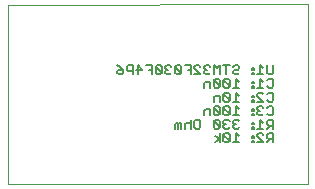
<source format=gbo>
G75*
%MOIN*%
%OFA0B0*%
%FSLAX25Y25*%
%IPPOS*%
%LPD*%
%AMOC8*
5,1,8,0,0,1.08239X$1,22.5*
%
%ADD10C,0.00000*%
%ADD11C,0.00500*%
D10*
X0040000Y0001600D02*
X0040000Y0061561D01*
X0140000Y0061600D01*
X0140000Y0001600D01*
X0040000Y0001600D01*
D11*
X0095882Y0020150D02*
X0095882Y0021651D01*
X0096383Y0022152D01*
X0096883Y0021651D01*
X0096883Y0020150D01*
X0097884Y0020150D02*
X0097884Y0022152D01*
X0097383Y0022152D01*
X0096883Y0021651D01*
X0099105Y0021651D02*
X0099105Y0020150D01*
X0101107Y0020150D02*
X0101107Y0023153D01*
X0100606Y0022152D02*
X0099605Y0022152D01*
X0099105Y0021651D01*
X0100606Y0022152D02*
X0101107Y0021651D01*
X0102328Y0020650D02*
X0102328Y0022652D01*
X0102828Y0023153D01*
X0103829Y0023153D01*
X0104329Y0022652D01*
X0104329Y0020650D01*
X0103829Y0020150D01*
X0102828Y0020150D01*
X0102328Y0020650D01*
X0108773Y0020650D02*
X0109274Y0020150D01*
X0110274Y0020150D01*
X0110775Y0020650D01*
X0108773Y0022652D01*
X0108773Y0020650D01*
X0110775Y0020650D02*
X0110775Y0022652D01*
X0110274Y0023153D01*
X0109274Y0023153D01*
X0108773Y0022652D01*
X0111996Y0022652D02*
X0111996Y0022152D01*
X0112496Y0021651D01*
X0111996Y0021151D01*
X0111996Y0020650D01*
X0112496Y0020150D01*
X0113497Y0020150D01*
X0113998Y0020650D01*
X0115219Y0020650D02*
X0115719Y0020150D01*
X0116720Y0020150D01*
X0117220Y0020650D01*
X0115719Y0021651D02*
X0115219Y0021151D01*
X0115219Y0020650D01*
X0115719Y0021651D02*
X0116220Y0021651D01*
X0115719Y0021651D02*
X0115219Y0022152D01*
X0115219Y0022652D01*
X0115719Y0023153D01*
X0116720Y0023153D01*
X0117220Y0022652D01*
X0113998Y0022652D02*
X0113497Y0023153D01*
X0112496Y0023153D01*
X0111996Y0022652D01*
X0112496Y0021651D02*
X0112997Y0021651D01*
X0113497Y0018603D02*
X0112496Y0018603D01*
X0111996Y0018102D01*
X0113998Y0016100D01*
X0113497Y0015600D01*
X0112496Y0015600D01*
X0111996Y0016100D01*
X0111996Y0018102D01*
X0110775Y0018603D02*
X0110775Y0015600D01*
X0110775Y0016601D02*
X0109274Y0015600D01*
X0110775Y0016601D02*
X0109274Y0017602D01*
X0113497Y0018603D02*
X0113998Y0018102D01*
X0113998Y0016100D01*
X0115219Y0015600D02*
X0117220Y0015600D01*
X0116220Y0015600D02*
X0116220Y0018603D01*
X0117220Y0017602D01*
X0121554Y0017602D02*
X0121554Y0017101D01*
X0122055Y0017101D01*
X0122055Y0017602D01*
X0121554Y0017602D01*
X0121554Y0016100D02*
X0121554Y0015600D01*
X0122055Y0015600D01*
X0122055Y0016100D01*
X0121554Y0016100D01*
X0123276Y0015600D02*
X0125277Y0015600D01*
X0123276Y0017602D01*
X0123276Y0018102D01*
X0123776Y0018603D01*
X0124777Y0018603D01*
X0125277Y0018102D01*
X0126498Y0018102D02*
X0126498Y0017101D01*
X0126999Y0016601D01*
X0128500Y0016601D01*
X0127499Y0016601D02*
X0126498Y0015600D01*
X0128500Y0015600D02*
X0128500Y0018603D01*
X0126999Y0018603D01*
X0126498Y0018102D01*
X0126498Y0020150D02*
X0127499Y0021151D01*
X0126999Y0021151D02*
X0128500Y0021151D01*
X0126999Y0021151D02*
X0126498Y0021651D01*
X0126498Y0022652D01*
X0126999Y0023153D01*
X0128500Y0023153D01*
X0128500Y0020150D01*
X0125277Y0020150D02*
X0123276Y0020150D01*
X0124276Y0020150D02*
X0124276Y0023153D01*
X0125277Y0022152D01*
X0122055Y0022152D02*
X0122055Y0021651D01*
X0121554Y0021651D01*
X0121554Y0022152D01*
X0122055Y0022152D01*
X0122055Y0020650D02*
X0121554Y0020650D01*
X0121554Y0020150D01*
X0122055Y0020150D01*
X0122055Y0020650D01*
X0122055Y0024700D02*
X0121554Y0024700D01*
X0121554Y0025200D01*
X0122055Y0025200D01*
X0122055Y0024700D01*
X0123276Y0025200D02*
X0123276Y0025701D01*
X0123776Y0026201D01*
X0124276Y0026201D01*
X0123776Y0026201D02*
X0123276Y0026702D01*
X0123276Y0027202D01*
X0123776Y0027703D01*
X0124777Y0027703D01*
X0125277Y0027202D01*
X0126498Y0027202D02*
X0126999Y0027703D01*
X0128000Y0027703D01*
X0128500Y0027202D01*
X0128500Y0025200D01*
X0128000Y0024700D01*
X0126999Y0024700D01*
X0126498Y0025200D01*
X0125277Y0025200D02*
X0124777Y0024700D01*
X0123776Y0024700D01*
X0123276Y0025200D01*
X0122055Y0026201D02*
X0121554Y0026201D01*
X0121554Y0026702D01*
X0122055Y0026702D01*
X0122055Y0026201D01*
X0117220Y0026702D02*
X0116220Y0027703D01*
X0116220Y0024700D01*
X0117220Y0024700D02*
X0115219Y0024700D01*
X0113998Y0025200D02*
X0111996Y0027202D01*
X0111996Y0025200D01*
X0112496Y0024700D01*
X0113497Y0024700D01*
X0113998Y0025200D01*
X0113998Y0027202D01*
X0113497Y0027703D01*
X0112496Y0027703D01*
X0111996Y0027202D01*
X0110775Y0027202D02*
X0110274Y0027703D01*
X0109274Y0027703D01*
X0108773Y0027202D01*
X0110775Y0025200D01*
X0110274Y0024700D01*
X0109274Y0024700D01*
X0108773Y0025200D01*
X0108773Y0027202D01*
X0107552Y0026702D02*
X0106051Y0026702D01*
X0105550Y0026201D01*
X0105550Y0024700D01*
X0107552Y0024700D02*
X0107552Y0026702D01*
X0110775Y0027202D02*
X0110775Y0025200D01*
X0110775Y0029250D02*
X0110775Y0031252D01*
X0109274Y0031252D01*
X0108773Y0030751D01*
X0108773Y0029250D01*
X0111996Y0029750D02*
X0112496Y0029250D01*
X0113497Y0029250D01*
X0113998Y0029750D01*
X0111996Y0031752D01*
X0111996Y0029750D01*
X0113998Y0029750D02*
X0113998Y0031752D01*
X0113497Y0032253D01*
X0112496Y0032253D01*
X0111996Y0031752D01*
X0112496Y0033800D02*
X0113497Y0033800D01*
X0113998Y0034300D01*
X0111996Y0036302D01*
X0111996Y0034300D01*
X0112496Y0033800D01*
X0113998Y0034300D02*
X0113998Y0036302D01*
X0113497Y0036803D01*
X0112496Y0036803D01*
X0111996Y0036302D01*
X0110775Y0036302D02*
X0110274Y0036803D01*
X0109274Y0036803D01*
X0108773Y0036302D01*
X0110775Y0034300D01*
X0110274Y0033800D01*
X0109274Y0033800D01*
X0108773Y0034300D01*
X0108773Y0036302D01*
X0107552Y0035802D02*
X0106051Y0035802D01*
X0105550Y0035301D01*
X0105550Y0033800D01*
X0107552Y0033800D02*
X0107552Y0035802D01*
X0110775Y0036302D02*
X0110775Y0034300D01*
X0115219Y0033800D02*
X0117220Y0033800D01*
X0116220Y0033800D02*
X0116220Y0036803D01*
X0117220Y0035802D01*
X0121554Y0035802D02*
X0121554Y0035301D01*
X0122055Y0035301D01*
X0122055Y0035802D01*
X0121554Y0035802D01*
X0121554Y0034300D02*
X0121554Y0033800D01*
X0122055Y0033800D01*
X0122055Y0034300D01*
X0121554Y0034300D01*
X0123276Y0033800D02*
X0125277Y0033800D01*
X0124276Y0033800D02*
X0124276Y0036803D01*
X0125277Y0035802D01*
X0126498Y0036302D02*
X0126999Y0036803D01*
X0128000Y0036803D01*
X0128500Y0036302D01*
X0128500Y0034300D01*
X0128000Y0033800D01*
X0126999Y0033800D01*
X0126498Y0034300D01*
X0126999Y0032253D02*
X0128000Y0032253D01*
X0128500Y0031752D01*
X0128500Y0029750D01*
X0128000Y0029250D01*
X0126999Y0029250D01*
X0126498Y0029750D01*
X0125277Y0029250D02*
X0123276Y0031252D01*
X0123276Y0031752D01*
X0123776Y0032253D01*
X0124777Y0032253D01*
X0125277Y0031752D01*
X0126498Y0031752D02*
X0126999Y0032253D01*
X0122055Y0031252D02*
X0122055Y0030751D01*
X0121554Y0030751D01*
X0121554Y0031252D01*
X0122055Y0031252D01*
X0122055Y0029750D02*
X0121554Y0029750D01*
X0121554Y0029250D01*
X0122055Y0029250D01*
X0122055Y0029750D01*
X0123276Y0029250D02*
X0125277Y0029250D01*
X0117220Y0029250D02*
X0115219Y0029250D01*
X0116220Y0029250D02*
X0116220Y0032253D01*
X0117220Y0031252D01*
X0116720Y0038350D02*
X0115719Y0038350D01*
X0115219Y0038850D01*
X0115219Y0039351D01*
X0115719Y0039851D01*
X0116720Y0039851D01*
X0117220Y0040352D01*
X0117220Y0040852D01*
X0116720Y0041353D01*
X0115719Y0041353D01*
X0115219Y0040852D01*
X0113998Y0041353D02*
X0111996Y0041353D01*
X0112997Y0041353D02*
X0112997Y0038350D01*
X0110775Y0038350D02*
X0110775Y0041353D01*
X0109774Y0040352D01*
X0108773Y0041353D01*
X0108773Y0038350D01*
X0107552Y0038850D02*
X0107052Y0038350D01*
X0106051Y0038350D01*
X0105550Y0038850D01*
X0105550Y0039351D01*
X0106051Y0039851D01*
X0106551Y0039851D01*
X0106051Y0039851D02*
X0105550Y0040352D01*
X0105550Y0040852D01*
X0106051Y0041353D01*
X0107052Y0041353D01*
X0107552Y0040852D01*
X0104329Y0040852D02*
X0103829Y0041353D01*
X0102828Y0041353D01*
X0102328Y0040852D01*
X0102328Y0040352D01*
X0104329Y0038350D01*
X0102328Y0038350D01*
X0101107Y0038350D02*
X0101107Y0041353D01*
X0099105Y0041353D01*
X0097884Y0040852D02*
X0097383Y0041353D01*
X0096383Y0041353D01*
X0095882Y0040852D01*
X0097884Y0038850D01*
X0097383Y0038350D01*
X0096383Y0038350D01*
X0095882Y0038850D01*
X0095882Y0040852D01*
X0094661Y0040852D02*
X0094161Y0041353D01*
X0093160Y0041353D01*
X0092659Y0040852D01*
X0092659Y0040352D01*
X0093160Y0039851D01*
X0092659Y0039351D01*
X0092659Y0038850D01*
X0093160Y0038350D01*
X0094161Y0038350D01*
X0094661Y0038850D01*
X0093660Y0039851D02*
X0093160Y0039851D01*
X0091438Y0038850D02*
X0091438Y0040852D01*
X0090938Y0041353D01*
X0089937Y0041353D01*
X0089437Y0040852D01*
X0091438Y0038850D01*
X0090938Y0038350D01*
X0089937Y0038350D01*
X0089437Y0038850D01*
X0089437Y0040852D01*
X0088216Y0041353D02*
X0086214Y0041353D01*
X0087215Y0039851D02*
X0088216Y0039851D01*
X0088216Y0038350D02*
X0088216Y0041353D01*
X0084993Y0039851D02*
X0082991Y0039851D01*
X0081770Y0039351D02*
X0080269Y0039351D01*
X0079768Y0039851D01*
X0079768Y0040852D01*
X0080269Y0041353D01*
X0081770Y0041353D01*
X0081770Y0038350D01*
X0083492Y0038350D02*
X0083492Y0041353D01*
X0084993Y0039851D01*
X0078547Y0039851D02*
X0078547Y0038850D01*
X0078047Y0038350D01*
X0077046Y0038350D01*
X0076546Y0038850D01*
X0076546Y0039351D01*
X0077046Y0039851D01*
X0078547Y0039851D01*
X0077547Y0040852D01*
X0076546Y0041353D01*
X0097884Y0040852D02*
X0097884Y0038850D01*
X0100106Y0039851D02*
X0101107Y0039851D01*
X0116720Y0038350D02*
X0117220Y0038850D01*
X0121554Y0038850D02*
X0121554Y0038350D01*
X0122055Y0038350D01*
X0122055Y0038850D01*
X0121554Y0038850D01*
X0121554Y0039851D02*
X0122055Y0039851D01*
X0122055Y0040352D01*
X0121554Y0040352D01*
X0121554Y0039851D01*
X0124276Y0041353D02*
X0124276Y0038350D01*
X0123276Y0038350D02*
X0125277Y0038350D01*
X0126498Y0038850D02*
X0126498Y0041353D01*
X0128500Y0041353D02*
X0128500Y0038850D01*
X0128000Y0038350D01*
X0126999Y0038350D01*
X0126498Y0038850D01*
X0125277Y0040352D02*
X0124276Y0041353D01*
M02*

</source>
